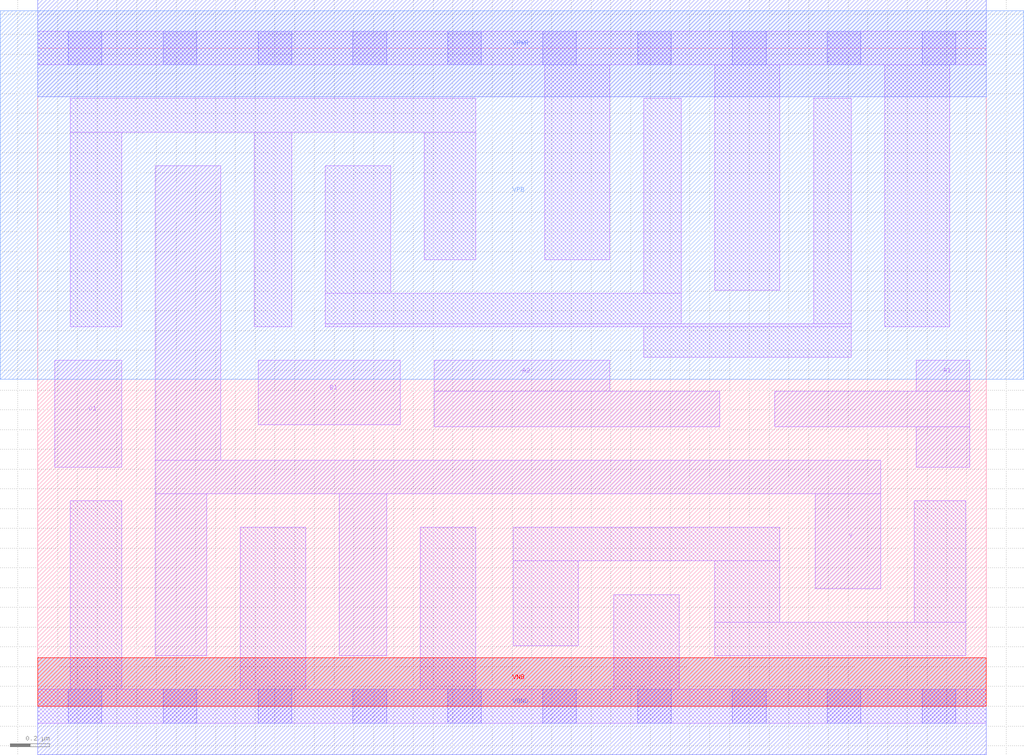
<source format=lef>
# Copyright 2020 The SkyWater PDK Authors
#
# Licensed under the Apache License, Version 2.0 (the "License");
# you may not use this file except in compliance with the License.
# You may obtain a copy of the License at
#
#     https://www.apache.org/licenses/LICENSE-2.0
#
# Unless required by applicable law or agreed to in writing, software
# distributed under the License is distributed on an "AS IS" BASIS,
# WITHOUT WARRANTIES OR CONDITIONS OF ANY KIND, either express or implied.
# See the License for the specific language governing permissions and
# limitations under the License.
#
# SPDX-License-Identifier: Apache-2.0

VERSION 5.7 ;
  NOWIREEXTENSIONATPIN ON ;
  DIVIDERCHAR "/" ;
  BUSBITCHARS "[]" ;
MACRO sky130_fd_sc_lp__a211oi_2
  CLASS CORE ;
  FOREIGN sky130_fd_sc_lp__a211oi_2 ;
  ORIGIN  0.000000  0.000000 ;
  SIZE  4.800000 BY  3.330000 ;
  SYMMETRY X Y R90 ;
  SITE unit ;
  PIN A1
    ANTENNAGATEAREA  0.630000 ;
    DIRECTION INPUT ;
    USE SIGNAL ;
    PORT
      LAYER li1 ;
        RECT 3.730000 1.415000 4.715000 1.595000 ;
        RECT 4.445000 1.210000 4.715000 1.415000 ;
        RECT 4.445000 1.595000 4.715000 1.750000 ;
    END
  END A1
  PIN A2
    ANTENNAGATEAREA  0.630000 ;
    DIRECTION INPUT ;
    USE SIGNAL ;
    PORT
      LAYER li1 ;
        RECT 2.005000 1.415000 3.450000 1.595000 ;
        RECT 2.005000 1.595000 2.895000 1.750000 ;
    END
  END A2
  PIN B1
    ANTENNAGATEAREA  0.630000 ;
    DIRECTION INPUT ;
    USE SIGNAL ;
    PORT
      LAYER li1 ;
        RECT 1.115000 1.425000 1.835000 1.750000 ;
    END
  END B1
  PIN C1
    ANTENNAGATEAREA  0.630000 ;
    DIRECTION INPUT ;
    USE SIGNAL ;
    PORT
      LAYER li1 ;
        RECT 0.085000 1.210000 0.425000 1.750000 ;
    END
  END C1
  PIN Y
    ANTENNADIFFAREA  1.125600 ;
    DIRECTION OUTPUT ;
    USE SIGNAL ;
    PORT
      LAYER li1 ;
        RECT 0.595000 0.255000 0.855000 1.075000 ;
        RECT 0.595000 1.075000 4.265000 1.245000 ;
        RECT 0.595000 1.245000 0.925000 2.735000 ;
        RECT 1.525000 0.255000 1.765000 1.075000 ;
        RECT 3.935000 0.595000 4.265000 1.075000 ;
    END
  END Y
  PIN VGND
    DIRECTION INOUT ;
    USE GROUND ;
    PORT
      LAYER met1 ;
        RECT 0.000000 -0.245000 4.800000 0.245000 ;
    END
  END VGND
  PIN VNB
    DIRECTION INOUT ;
    USE GROUND ;
    PORT
      LAYER pwell ;
        RECT 0.000000 0.000000 4.800000 0.245000 ;
    END
  END VNB
  PIN VPB
    DIRECTION INOUT ;
    USE POWER ;
    PORT
      LAYER nwell ;
        RECT -0.190000 1.655000 4.990000 3.520000 ;
    END
  END VPB
  PIN VPWR
    DIRECTION INOUT ;
    USE POWER ;
    PORT
      LAYER met1 ;
        RECT 0.000000 3.085000 4.800000 3.575000 ;
    END
  END VPWR
  OBS
    LAYER li1 ;
      RECT 0.000000 -0.085000 4.800000 0.085000 ;
      RECT 0.000000  3.245000 4.800000 3.415000 ;
      RECT 0.165000  0.085000 0.425000 1.040000 ;
      RECT 0.165000  1.920000 0.425000 2.905000 ;
      RECT 0.165000  2.905000 2.215000 3.075000 ;
      RECT 1.025000  0.085000 1.355000 0.905000 ;
      RECT 1.095000  1.920000 1.285000 2.905000 ;
      RECT 1.455000  1.920000 4.115000 1.935000 ;
      RECT 1.455000  1.935000 3.255000 2.090000 ;
      RECT 1.455000  2.090000 1.785000 2.735000 ;
      RECT 1.935000  0.085000 2.215000 0.905000 ;
      RECT 1.955000  2.260000 2.215000 2.905000 ;
      RECT 2.405000  0.305000 2.735000 0.735000 ;
      RECT 2.405000  0.735000 3.755000 0.905000 ;
      RECT 2.565000  2.260000 2.895000 3.245000 ;
      RECT 2.915000  0.085000 3.245000 0.565000 ;
      RECT 3.065000  1.765000 4.115000 1.920000 ;
      RECT 3.065000  2.090000 3.255000 3.075000 ;
      RECT 3.425000  0.255000 4.695000 0.425000 ;
      RECT 3.425000  0.425000 3.755000 0.735000 ;
      RECT 3.425000  2.105000 3.755000 3.245000 ;
      RECT 3.925000  1.935000 4.115000 3.075000 ;
      RECT 4.285000  1.920000 4.615000 3.245000 ;
      RECT 4.435000  0.425000 4.695000 1.040000 ;
    LAYER mcon ;
      RECT 0.155000 -0.085000 0.325000 0.085000 ;
      RECT 0.155000  3.245000 0.325000 3.415000 ;
      RECT 0.635000 -0.085000 0.805000 0.085000 ;
      RECT 0.635000  3.245000 0.805000 3.415000 ;
      RECT 1.115000 -0.085000 1.285000 0.085000 ;
      RECT 1.115000  3.245000 1.285000 3.415000 ;
      RECT 1.595000 -0.085000 1.765000 0.085000 ;
      RECT 1.595000  3.245000 1.765000 3.415000 ;
      RECT 2.075000 -0.085000 2.245000 0.085000 ;
      RECT 2.075000  3.245000 2.245000 3.415000 ;
      RECT 2.555000 -0.085000 2.725000 0.085000 ;
      RECT 2.555000  3.245000 2.725000 3.415000 ;
      RECT 3.035000 -0.085000 3.205000 0.085000 ;
      RECT 3.035000  3.245000 3.205000 3.415000 ;
      RECT 3.515000 -0.085000 3.685000 0.085000 ;
      RECT 3.515000  3.245000 3.685000 3.415000 ;
      RECT 3.995000 -0.085000 4.165000 0.085000 ;
      RECT 3.995000  3.245000 4.165000 3.415000 ;
      RECT 4.475000 -0.085000 4.645000 0.085000 ;
      RECT 4.475000  3.245000 4.645000 3.415000 ;
  END
END sky130_fd_sc_lp__a211oi_2
END LIBRARY

</source>
